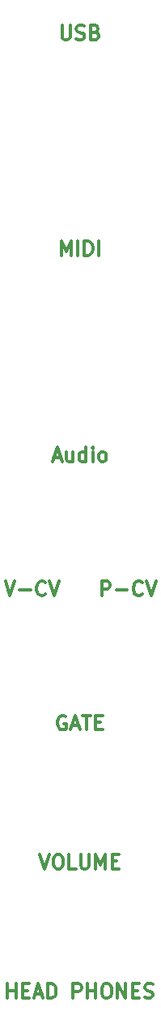
<source format=gbr>
%TF.GenerationSoftware,KiCad,Pcbnew,6.0.11-2627ca5db0~126~ubuntu22.04.1*%
%TF.CreationDate,2024-03-30T15:57:52+01:00*%
%TF.ProjectId,OTBreakOutPanel,4f544272-6561-46b4-9f75-7450616e656c,rev?*%
%TF.SameCoordinates,Original*%
%TF.FileFunction,Legend,Top*%
%TF.FilePolarity,Positive*%
%FSLAX46Y46*%
G04 Gerber Fmt 4.6, Leading zero omitted, Abs format (unit mm)*
G04 Created by KiCad (PCBNEW 6.0.11-2627ca5db0~126~ubuntu22.04.1) date 2024-03-30 15:57:52*
%MOMM*%
%LPD*%
G01*
G04 APERTURE LIST*
%ADD10C,0.300000*%
G04 APERTURE END LIST*
D10*
X92428571Y-165178571D02*
X92428571Y-163678571D01*
X92428571Y-164392857D02*
X93285714Y-164392857D01*
X93285714Y-165178571D02*
X93285714Y-163678571D01*
X94000000Y-164392857D02*
X94500000Y-164392857D01*
X94714285Y-165178571D02*
X94000000Y-165178571D01*
X94000000Y-163678571D01*
X94714285Y-163678571D01*
X95285714Y-164750000D02*
X96000000Y-164750000D01*
X95142857Y-165178571D02*
X95642857Y-163678571D01*
X96142857Y-165178571D01*
X96642857Y-165178571D02*
X96642857Y-163678571D01*
X97000000Y-163678571D01*
X97214285Y-163750000D01*
X97357142Y-163892857D01*
X97428571Y-164035714D01*
X97500000Y-164321428D01*
X97500000Y-164535714D01*
X97428571Y-164821428D01*
X97357142Y-164964285D01*
X97214285Y-165107142D01*
X97000000Y-165178571D01*
X96642857Y-165178571D01*
X99285714Y-165178571D02*
X99285714Y-163678571D01*
X99857142Y-163678571D01*
X100000000Y-163750000D01*
X100071428Y-163821428D01*
X100142857Y-163964285D01*
X100142857Y-164178571D01*
X100071428Y-164321428D01*
X100000000Y-164392857D01*
X99857142Y-164464285D01*
X99285714Y-164464285D01*
X100785714Y-165178571D02*
X100785714Y-163678571D01*
X100785714Y-164392857D02*
X101642857Y-164392857D01*
X101642857Y-165178571D02*
X101642857Y-163678571D01*
X102642857Y-163678571D02*
X102928571Y-163678571D01*
X103071428Y-163750000D01*
X103214285Y-163892857D01*
X103285714Y-164178571D01*
X103285714Y-164678571D01*
X103214285Y-164964285D01*
X103071428Y-165107142D01*
X102928571Y-165178571D01*
X102642857Y-165178571D01*
X102500000Y-165107142D01*
X102357142Y-164964285D01*
X102285714Y-164678571D01*
X102285714Y-164178571D01*
X102357142Y-163892857D01*
X102500000Y-163750000D01*
X102642857Y-163678571D01*
X103928571Y-165178571D02*
X103928571Y-163678571D01*
X104785714Y-165178571D01*
X104785714Y-163678571D01*
X105500000Y-164392857D02*
X106000000Y-164392857D01*
X106214285Y-165178571D02*
X105500000Y-165178571D01*
X105500000Y-163678571D01*
X106214285Y-163678571D01*
X106785714Y-165107142D02*
X107000000Y-165178571D01*
X107357142Y-165178571D01*
X107500000Y-165107142D01*
X107571428Y-165035714D01*
X107642857Y-164892857D01*
X107642857Y-164750000D01*
X107571428Y-164607142D01*
X107500000Y-164535714D01*
X107357142Y-164464285D01*
X107071428Y-164392857D01*
X106928571Y-164321428D01*
X106857142Y-164250000D01*
X106785714Y-164107142D01*
X106785714Y-163964285D01*
X106857142Y-163821428D01*
X106928571Y-163750000D01*
X107071428Y-163678571D01*
X107428571Y-163678571D01*
X107642857Y-163750000D01*
X95785714Y-150178571D02*
X96285714Y-151678571D01*
X96785714Y-150178571D01*
X97571428Y-150178571D02*
X97857142Y-150178571D01*
X98000000Y-150250000D01*
X98142857Y-150392857D01*
X98214285Y-150678571D01*
X98214285Y-151178571D01*
X98142857Y-151464285D01*
X98000000Y-151607142D01*
X97857142Y-151678571D01*
X97571428Y-151678571D01*
X97428571Y-151607142D01*
X97285714Y-151464285D01*
X97214285Y-151178571D01*
X97214285Y-150678571D01*
X97285714Y-150392857D01*
X97428571Y-150250000D01*
X97571428Y-150178571D01*
X99571428Y-151678571D02*
X98857142Y-151678571D01*
X98857142Y-150178571D01*
X100071428Y-150178571D02*
X100071428Y-151392857D01*
X100142857Y-151535714D01*
X100214285Y-151607142D01*
X100357142Y-151678571D01*
X100642857Y-151678571D01*
X100785714Y-151607142D01*
X100857142Y-151535714D01*
X100928571Y-151392857D01*
X100928571Y-150178571D01*
X101642857Y-151678571D02*
X101642857Y-150178571D01*
X102142857Y-151250000D01*
X102642857Y-150178571D01*
X102642857Y-151678571D01*
X103357142Y-150892857D02*
X103857142Y-150892857D01*
X104071428Y-151678571D02*
X103357142Y-151678571D01*
X103357142Y-150178571D01*
X104071428Y-150178571D01*
X97250000Y-108750000D02*
X97964285Y-108750000D01*
X97107142Y-109178571D02*
X97607142Y-107678571D01*
X98107142Y-109178571D01*
X99250000Y-108178571D02*
X99250000Y-109178571D01*
X98607142Y-108178571D02*
X98607142Y-108964285D01*
X98678571Y-109107142D01*
X98821428Y-109178571D01*
X99035714Y-109178571D01*
X99178571Y-109107142D01*
X99250000Y-109035714D01*
X100607142Y-109178571D02*
X100607142Y-107678571D01*
X100607142Y-109107142D02*
X100464285Y-109178571D01*
X100178571Y-109178571D01*
X100035714Y-109107142D01*
X99964285Y-109035714D01*
X99892857Y-108892857D01*
X99892857Y-108464285D01*
X99964285Y-108321428D01*
X100035714Y-108250000D01*
X100178571Y-108178571D01*
X100464285Y-108178571D01*
X100607142Y-108250000D01*
X101321428Y-109178571D02*
X101321428Y-108178571D01*
X101321428Y-107678571D02*
X101250000Y-107750000D01*
X101321428Y-107821428D01*
X101392857Y-107750000D01*
X101321428Y-107678571D01*
X101321428Y-107821428D01*
X102250000Y-109178571D02*
X102107142Y-109107142D01*
X102035714Y-109035714D01*
X101964285Y-108892857D01*
X101964285Y-108464285D01*
X102035714Y-108321428D01*
X102107142Y-108250000D01*
X102250000Y-108178571D01*
X102464285Y-108178571D01*
X102607142Y-108250000D01*
X102678571Y-108321428D01*
X102750000Y-108464285D01*
X102750000Y-108892857D01*
X102678571Y-109035714D01*
X102607142Y-109107142D01*
X102464285Y-109178571D01*
X102250000Y-109178571D01*
X92178571Y-121678571D02*
X92678571Y-123178571D01*
X93178571Y-121678571D01*
X93678571Y-122607142D02*
X94821428Y-122607142D01*
X96392857Y-123035714D02*
X96321428Y-123107142D01*
X96107142Y-123178571D01*
X95964285Y-123178571D01*
X95750000Y-123107142D01*
X95607142Y-122964285D01*
X95535714Y-122821428D01*
X95464285Y-122535714D01*
X95464285Y-122321428D01*
X95535714Y-122035714D01*
X95607142Y-121892857D01*
X95750000Y-121750000D01*
X95964285Y-121678571D01*
X96107142Y-121678571D01*
X96321428Y-121750000D01*
X96392857Y-121821428D01*
X96821428Y-121678571D02*
X97321428Y-123178571D01*
X97821428Y-121678571D01*
X98500000Y-135750000D02*
X98357142Y-135678571D01*
X98142857Y-135678571D01*
X97928571Y-135750000D01*
X97785714Y-135892857D01*
X97714285Y-136035714D01*
X97642857Y-136321428D01*
X97642857Y-136535714D01*
X97714285Y-136821428D01*
X97785714Y-136964285D01*
X97928571Y-137107142D01*
X98142857Y-137178571D01*
X98285714Y-137178571D01*
X98500000Y-137107142D01*
X98571428Y-137035714D01*
X98571428Y-136535714D01*
X98285714Y-136535714D01*
X99142857Y-136750000D02*
X99857142Y-136750000D01*
X99000000Y-137178571D02*
X99500000Y-135678571D01*
X100000000Y-137178571D01*
X100285714Y-135678571D02*
X101142857Y-135678571D01*
X100714285Y-137178571D02*
X100714285Y-135678571D01*
X101642857Y-136392857D02*
X102142857Y-136392857D01*
X102357142Y-137178571D02*
X101642857Y-137178571D01*
X101642857Y-135678571D01*
X102357142Y-135678571D01*
X98035714Y-87678571D02*
X98035714Y-86178571D01*
X98535714Y-87250000D01*
X99035714Y-86178571D01*
X99035714Y-87678571D01*
X99750000Y-87678571D02*
X99750000Y-86178571D01*
X100464285Y-87678571D02*
X100464285Y-86178571D01*
X100821428Y-86178571D01*
X101035714Y-86250000D01*
X101178571Y-86392857D01*
X101250000Y-86535714D01*
X101321428Y-86821428D01*
X101321428Y-87035714D01*
X101250000Y-87321428D01*
X101178571Y-87464285D01*
X101035714Y-87607142D01*
X100821428Y-87678571D01*
X100464285Y-87678571D01*
X101964285Y-87678571D02*
X101964285Y-86178571D01*
X102285714Y-123178571D02*
X102285714Y-121678571D01*
X102857142Y-121678571D01*
X103000000Y-121750000D01*
X103071428Y-121821428D01*
X103142857Y-121964285D01*
X103142857Y-122178571D01*
X103071428Y-122321428D01*
X103000000Y-122392857D01*
X102857142Y-122464285D01*
X102285714Y-122464285D01*
X103785714Y-122607142D02*
X104928571Y-122607142D01*
X106500000Y-123035714D02*
X106428571Y-123107142D01*
X106214285Y-123178571D01*
X106071428Y-123178571D01*
X105857142Y-123107142D01*
X105714285Y-122964285D01*
X105642857Y-122821428D01*
X105571428Y-122535714D01*
X105571428Y-122321428D01*
X105642857Y-122035714D01*
X105714285Y-121892857D01*
X105857142Y-121750000D01*
X106071428Y-121678571D01*
X106214285Y-121678571D01*
X106428571Y-121750000D01*
X106500000Y-121821428D01*
X106928571Y-121678571D02*
X107428571Y-123178571D01*
X107928571Y-121678571D01*
X98107142Y-63678571D02*
X98107142Y-64892857D01*
X98178571Y-65035714D01*
X98250000Y-65107142D01*
X98392857Y-65178571D01*
X98678571Y-65178571D01*
X98821428Y-65107142D01*
X98892857Y-65035714D01*
X98964285Y-64892857D01*
X98964285Y-63678571D01*
X99607142Y-65107142D02*
X99821428Y-65178571D01*
X100178571Y-65178571D01*
X100321428Y-65107142D01*
X100392857Y-65035714D01*
X100464285Y-64892857D01*
X100464285Y-64750000D01*
X100392857Y-64607142D01*
X100321428Y-64535714D01*
X100178571Y-64464285D01*
X99892857Y-64392857D01*
X99750000Y-64321428D01*
X99678571Y-64250000D01*
X99607142Y-64107142D01*
X99607142Y-63964285D01*
X99678571Y-63821428D01*
X99750000Y-63750000D01*
X99892857Y-63678571D01*
X100250000Y-63678571D01*
X100464285Y-63750000D01*
X101607142Y-64392857D02*
X101821428Y-64464285D01*
X101892857Y-64535714D01*
X101964285Y-64678571D01*
X101964285Y-64892857D01*
X101892857Y-65035714D01*
X101821428Y-65107142D01*
X101678571Y-65178571D01*
X101107142Y-65178571D01*
X101107142Y-63678571D01*
X101607142Y-63678571D01*
X101750000Y-63750000D01*
X101821428Y-63821428D01*
X101892857Y-63964285D01*
X101892857Y-64107142D01*
X101821428Y-64250000D01*
X101750000Y-64321428D01*
X101607142Y-64392857D01*
X101107142Y-64392857D01*
M02*

</source>
